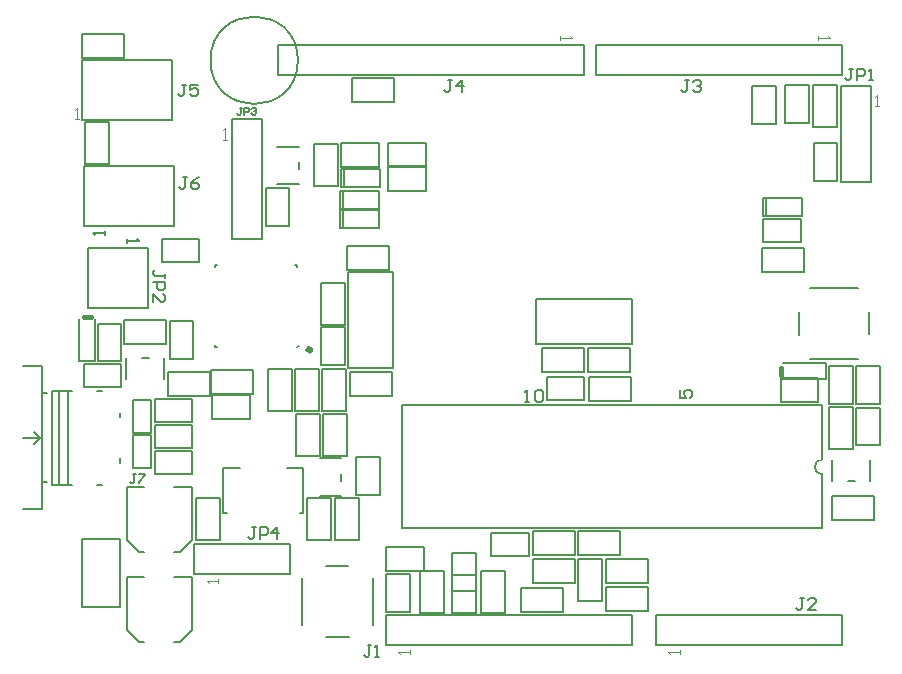
<source format=gto>
G04 Layer_Color=65535*
%FSLAX44Y44*%
%MOMM*%
G71*
G01*
G75*
%ADD35C,0.4000*%
%ADD37C,0.5000*%
%ADD51C,0.2000*%
%ADD52C,0.1000*%
D35*
X8000Y291000D02*
X14000D01*
X598250Y241750D02*
Y247750D01*
D37*
X200000Y263000D02*
G03*
X200000Y263000I-1000J0D01*
G01*
D51*
X633350Y170180D02*
G03*
X633350Y157480I0J-6350D01*
G01*
X189400Y508000D02*
G03*
X189400Y508000I-37000J0D01*
G01*
X162000Y368000D02*
X182000D01*
X162000D02*
Y400000D01*
X182000D01*
Y368000D02*
Y400000D01*
X265500Y418250D02*
X297500D01*
Y438250D01*
X265500D02*
X297500D01*
X265500Y418250D02*
Y438250D01*
X265500Y397250D02*
Y417250D01*
X297500D01*
Y397250D02*
Y417250D01*
X265500Y397250D02*
X297500D01*
X101000Y255000D02*
Y287000D01*
X81000D02*
X101000D01*
X81000Y255000D02*
Y287000D01*
Y255000D02*
X101000D01*
X106000Y337000D02*
Y357000D01*
X74000Y337000D02*
X106000D01*
X74000D02*
Y357000D01*
X106000D01*
X68000Y201500D02*
X100000D01*
Y221500D01*
X68000D02*
X100000D01*
X68000Y201500D02*
Y221500D01*
Y179500D02*
Y199500D01*
X100000D01*
Y179500D02*
Y199500D01*
X68000Y179500D02*
X100000D01*
X68000Y157500D02*
X100000D01*
Y177500D01*
X68000D02*
X100000D01*
X68000Y157500D02*
Y177500D01*
X209000Y250000D02*
X229000D01*
X209000D02*
Y282000D01*
X229000D01*
Y250000D02*
Y282000D01*
X622000Y455000D02*
Y487000D01*
X602000D02*
X622000D01*
X602000Y455000D02*
Y487000D01*
Y455000D02*
X622000D01*
X574000Y454000D02*
X594000D01*
X574000D02*
Y486000D01*
X594000D01*
Y454000D02*
Y486000D01*
X646000Y406000D02*
Y438000D01*
X626000D02*
X646000D01*
X626000Y406000D02*
Y438000D01*
Y406000D02*
X646000D01*
X385000Y88000D02*
Y108000D01*
X353000Y88000D02*
X385000D01*
X353000D02*
Y108000D01*
X385000D01*
X598000Y219000D02*
X630000D01*
Y239000D01*
X598000D02*
X630000D01*
X598000Y219000D02*
Y239000D01*
X258000Y418000D02*
Y438000D01*
X226000Y418000D02*
X258000D01*
X226000D02*
Y438000D01*
X258000D01*
X400000Y240000D02*
X432000D01*
X400000Y220000D02*
Y240000D01*
Y220000D02*
X432000D01*
Y240000D01*
X615500Y353750D02*
Y373750D01*
X583500Y353750D02*
X615500D01*
X583500D02*
Y373750D01*
X615500D01*
X682000Y182000D02*
Y214000D01*
X662000D02*
X682000D01*
X662000Y182000D02*
Y214000D01*
Y182000D02*
X682000D01*
X20000Y253000D02*
X40000D01*
X20000D02*
Y285000D01*
X40000D01*
Y253000D02*
Y285000D01*
X662000Y217000D02*
Y249000D01*
Y217000D02*
X682000D01*
Y249000D01*
X662000D02*
X682000D01*
X264000Y73000D02*
X284000D01*
Y41000D02*
Y73000D01*
X264000Y41000D02*
X284000D01*
X264000D02*
Y73000D01*
X259000Y140000D02*
Y172000D01*
X239000D02*
X259000D01*
X239000Y140000D02*
Y172000D01*
Y140000D02*
X259000D01*
X8000Y231000D02*
Y251000D01*
X40000D01*
Y231000D02*
Y251000D01*
X8000Y231000D02*
X40000D01*
X639000Y217000D02*
Y249000D01*
Y217000D02*
X659000D01*
Y249000D01*
X639000D02*
X659000D01*
X296000Y76000D02*
Y96000D01*
X264000Y76000D02*
X296000D01*
X264000D02*
Y96000D01*
X296000D01*
X117000Y204500D02*
X149000D01*
Y224500D01*
X117000D02*
X149000D01*
X117000Y204500D02*
Y224500D01*
X320000Y91000D02*
X340000D01*
Y59000D02*
Y91000D01*
X320000Y59000D02*
X340000D01*
X320000D02*
Y91000D01*
Y40000D02*
Y72000D01*
Y40000D02*
X340000D01*
Y72000D01*
X320000D02*
X340000D01*
X18000Y253000D02*
Y289000D01*
X4000Y253000D02*
X18000D01*
X4000D02*
Y289000D01*
X600250Y237750D02*
X636250D01*
Y251750D01*
X600250D02*
X636250D01*
X673250Y276000D02*
Y295000D01*
X613250Y275000D02*
Y295000D01*
X623250Y315000D02*
X663250D01*
X623250Y255000D02*
X663250D01*
X253000Y30000D02*
Y70000D01*
X193000Y30000D02*
Y70000D01*
X213000Y20000D02*
X233000D01*
X213000Y80000D02*
X232000D01*
X101760Y73300D02*
X183040D01*
X101760Y98700D02*
X183040D01*
X101760Y73300D02*
Y98700D01*
X183040Y73300D02*
Y98700D01*
X62900Y298350D02*
Y349150D01*
X12100D02*
X62900D01*
X12100Y298350D02*
Y349150D01*
Y298350D02*
X62900D01*
X133300Y357100D02*
X158700D01*
X133300Y458700D02*
X158700D01*
Y357100D02*
Y458700D01*
X133300Y357100D02*
Y458700D01*
X649300Y405360D02*
Y486640D01*
X674700Y405360D02*
Y486640D01*
X649300D02*
X674700D01*
X649300Y405360D02*
X674700D01*
X-43630Y128000D02*
X-27630D01*
X-43630Y249000D02*
X-27630D01*
X-33630Y183000D02*
X-28630Y188000D01*
X-33630Y193000D02*
X-28630Y188000D01*
X-29630D02*
X-27630D01*
X-43630D02*
X-29630D01*
X-27630Y151000D02*
X-22630D01*
X-27630Y226000D02*
X-22630D01*
X-27630Y128000D02*
Y249000D01*
X-5630Y148000D02*
Y228000D01*
X-12630Y148000D02*
Y228000D01*
X19370Y148000D02*
X23370D01*
X-18630D02*
X-1630D01*
X-18630D02*
Y228000D01*
X-1630D01*
X19370D02*
X23370D01*
X38370Y167000D02*
Y171000D01*
Y206000D02*
Y209000D01*
X7900Y418400D02*
X84100D01*
Y367600D02*
Y418400D01*
X7900Y367600D02*
X84100D01*
X7900D02*
Y418400D01*
X6900Y508400D02*
X83100D01*
Y457600D02*
Y508400D01*
X6900Y457600D02*
X83100D01*
X6900D02*
Y508400D01*
X172720Y520700D02*
X431800D01*
X172720Y495300D02*
Y520700D01*
Y495300D02*
X431800D01*
Y520700D01*
X441960D02*
X650240D01*
X441960Y495300D02*
X650240D01*
Y520700D01*
X441960Y495300D02*
Y520700D01*
X650240Y12700D02*
Y38100D01*
X492760Y12700D02*
Y38100D01*
X650240D01*
X492760Y12700D02*
X650240D01*
X264160D02*
X472440D01*
X264160Y38100D02*
X472440D01*
X264160Y12700D02*
Y38100D01*
X472440Y12700D02*
Y38100D01*
X277750Y215830D02*
X633350D01*
X277750Y111830D02*
Y215830D01*
Y111830D02*
X633350D01*
Y157480D01*
Y170180D02*
Y215830D01*
X50130Y162780D02*
X65370D01*
X50130D02*
Y190720D01*
X65370D01*
Y162780D02*
Y190720D01*
X50130Y220220D02*
X65370D01*
Y192280D02*
Y220220D01*
X50130Y192280D02*
X65370D01*
X50130D02*
Y220220D01*
X231950Y247360D02*
X270050D01*
X231950D02*
Y328640D01*
X270050D01*
Y247360D02*
Y328640D01*
X472640Y267950D02*
Y306050D01*
X391360Y267950D02*
X472640D01*
X391360D02*
Y306050D01*
X472640D01*
X226000Y152000D02*
Y158000D01*
X208000Y139000D02*
X226000D01*
X208000Y171000D02*
X226000D01*
X655000Y152000D02*
X661000D01*
X642000D02*
Y170000D01*
X674000Y152000D02*
Y170000D01*
X57000Y256000D02*
X63000D01*
X76000Y238000D02*
Y256000D01*
X44000Y238000D02*
Y256000D01*
X190000Y416000D02*
Y422000D01*
X172000Y403000D02*
X190000D01*
X172000Y435000D02*
X190000D01*
X191000Y125000D02*
X194000D01*
X126000D02*
X129000D01*
X194000D02*
Y163000D01*
X180000D02*
X194000D01*
X126000D02*
X140000D01*
X126000Y125000D02*
Y163000D01*
X189000Y333000D02*
Y335000D01*
X187000D02*
X189000D01*
X119000Y333000D02*
Y335000D01*
X121000D01*
X119000Y265000D02*
X121000D01*
X119000D02*
Y267000D01*
X189000Y265000D02*
X190000Y266000D01*
X7000Y103000D02*
X39000D01*
Y45000D02*
Y103000D01*
X7000Y45000D02*
X39000D01*
X7000D02*
Y103000D01*
X426840Y50220D02*
X447160D01*
X426840D02*
Y85780D01*
X447160D01*
Y50220D02*
Y85780D01*
X450220Y41840D02*
Y62160D01*
X485780D01*
Y41840D02*
Y62160D01*
X450220Y41840D02*
X485780D01*
X187840Y173220D02*
X208160D01*
X187840D02*
Y208780D01*
X208160D01*
Y173220D02*
Y208780D01*
X225220Y365880D02*
X227760D01*
X225220Y381120D02*
X227760D01*
X225220Y365880D02*
Y381120D01*
X227760Y365880D02*
Y381120D01*
X258240D01*
Y365880D02*
Y381120D01*
X227760Y365880D02*
X258240D01*
X225220Y381880D02*
X227760D01*
X225220Y397120D02*
X227760D01*
X225220Y381880D02*
Y397120D01*
X227760Y381880D02*
Y397120D01*
X258240D01*
Y381880D02*
Y397120D01*
X227760Y381880D02*
X258240D01*
X226220Y400380D02*
X228760D01*
X226220Y415620D02*
X228760D01*
X226220Y400380D02*
Y415620D01*
X228760Y400380D02*
Y415620D01*
X259240D01*
Y400380D02*
Y415620D01*
X228760Y400380D02*
X259240D01*
X582970Y375880D02*
X585510D01*
X582970Y391120D02*
X585510D01*
X582970Y375880D02*
Y391120D01*
X585510Y375880D02*
Y391120D01*
X615990D01*
Y375880D02*
Y391120D01*
X585510Y375880D02*
X615990D01*
X618280Y328590D02*
Y348910D01*
X582720Y328590D02*
X618280D01*
X582720D02*
Y348910D01*
X618280D01*
X220840Y137780D02*
X241160D01*
Y102220D02*
Y137780D01*
X220840Y102220D02*
X241160D01*
X220840D02*
Y137780D01*
X638840Y179220D02*
X659160D01*
X638840D02*
Y214780D01*
X659160D01*
Y179220D02*
Y214780D01*
X114780Y223840D02*
Y244160D01*
X79220Y223840D02*
X114780D01*
X79220D02*
Y244160D01*
X114780D01*
X77780Y267840D02*
Y288160D01*
X42220Y267840D02*
X77780D01*
X42220D02*
Y288160D01*
X77780D01*
X210840Y208780D02*
X231160D01*
Y173220D02*
Y208780D01*
X210840Y173220D02*
X231160D01*
X210840D02*
Y208780D01*
X641220Y118840D02*
Y139160D01*
X676780D01*
Y118840D02*
Y139160D01*
X641220Y118840D02*
X676780D01*
X470780Y243840D02*
Y264160D01*
X435220Y243840D02*
X470780D01*
X435220D02*
Y264160D01*
X470780D01*
X202840Y401220D02*
X223160D01*
X202840D02*
Y436780D01*
X223160D01*
Y401220D02*
Y436780D01*
X396220Y243840D02*
Y264160D01*
X431780D01*
Y243840D02*
Y264160D01*
X396220Y243840D02*
X431780D01*
X426220Y88840D02*
Y109160D01*
X461780D01*
Y88840D02*
Y109160D01*
X426220Y88840D02*
X461780D01*
X388220D02*
Y109160D01*
X423780D01*
Y88840D02*
Y109160D01*
X388220Y88840D02*
X423780D01*
X388220Y65840D02*
Y86160D01*
X423780D01*
Y65840D02*
Y86160D01*
X388220Y65840D02*
X423780D01*
X270780Y472840D02*
Y493160D01*
X235220Y472840D02*
X270780D01*
X235220D02*
Y493160D01*
X270780D01*
X436220Y219840D02*
Y240160D01*
X471780D01*
Y219840D02*
Y240160D01*
X436220Y219840D02*
X471780D01*
X485780Y65840D02*
Y86160D01*
X450220Y65840D02*
X485780D01*
X450220D02*
Y86160D01*
X485780D01*
X41780Y509840D02*
Y530160D01*
X6220Y509840D02*
X41780D01*
X6220D02*
Y530160D01*
X41780D01*
X344840Y75780D02*
X365160D01*
Y40220D02*
Y75780D01*
X344840Y40220D02*
X365160D01*
X344840D02*
Y75780D01*
X292840D02*
X313160D01*
Y40220D02*
Y75780D01*
X292840Y40220D02*
X313160D01*
X292840D02*
Y75780D01*
X413780Y40840D02*
Y61160D01*
X378220Y40840D02*
X413780D01*
X378220D02*
Y61160D01*
X413780D01*
X196840Y137780D02*
X217160D01*
Y102220D02*
Y137780D01*
X196840Y102220D02*
X217160D01*
X196840D02*
Y137780D01*
X102840D02*
X123160D01*
Y102220D02*
Y137780D01*
X102840Y102220D02*
X123160D01*
X102840D02*
Y137780D01*
X625840Y451220D02*
X646160D01*
X625840D02*
Y486780D01*
X646160D01*
Y451220D02*
Y486780D01*
X268780Y223840D02*
Y244160D01*
X233220Y223840D02*
X268780D01*
X233220D02*
Y244160D01*
X268780D01*
X266780Y330840D02*
Y351160D01*
X231220Y330840D02*
X266780D01*
X231220D02*
Y351160D01*
X266780D01*
X8840Y455780D02*
X29160D01*
Y420220D02*
Y455780D01*
X8840Y420220D02*
X29160D01*
X8840D02*
Y455780D01*
X151030Y225340D02*
Y245660D01*
X115470Y225340D02*
X151030D01*
X115470D02*
Y245660D01*
X151030D01*
X163840Y211220D02*
X184160D01*
X163840D02*
Y246780D01*
X184160D01*
Y211220D02*
Y246780D01*
X208840Y284220D02*
X229160D01*
X208840D02*
Y319780D01*
X229160D01*
Y284220D02*
Y319780D01*
X186840Y211220D02*
X207160D01*
X186840D02*
Y246780D01*
X207160D01*
Y211220D02*
Y246780D01*
X209840Y211220D02*
X230160D01*
X209840D02*
Y246780D01*
X230160D01*
Y211220D02*
Y246780D01*
X89500Y15500D02*
X99500Y25500D01*
X84500Y15500D02*
X89500D01*
X44500Y25500D02*
X54500Y15500D01*
X59500D01*
X99500Y25500D02*
Y70500D01*
X84500D02*
X99500D01*
X44500D02*
X59500D01*
X44500Y25500D02*
Y70500D01*
X89500Y91500D02*
X99500Y101500D01*
X84500Y91500D02*
X89500D01*
X44500Y101500D02*
X54500Y91500D01*
X59500D01*
X99500Y101500D02*
Y146500D01*
X84500D02*
X99500D01*
X44500D02*
X59500D01*
X44500Y101500D02*
Y146500D01*
X52332Y157997D02*
X49666D01*
X50999D01*
Y151333D01*
X49666Y150000D01*
X48333D01*
X47000Y151333D01*
X54997Y157997D02*
X60329D01*
Y156664D01*
X54997Y151333D01*
Y150000D01*
X382000Y219000D02*
X385332D01*
X383666D01*
Y228997D01*
X382000Y227331D01*
X390331D02*
X391997Y228997D01*
X395329D01*
X396995Y227331D01*
Y220666D01*
X395329Y219000D01*
X391997D01*
X390331Y220666D01*
Y227331D01*
X513003Y228664D02*
Y222000D01*
X518002D01*
X516335Y225332D01*
Y226998D01*
X518002Y228664D01*
X521334D01*
X523000Y226998D01*
Y223666D01*
X521334Y222000D01*
X153665Y112997D02*
X150332D01*
X151998D01*
Y104666D01*
X150332Y103000D01*
X148666D01*
X147000Y104666D01*
X156997Y103000D02*
Y112997D01*
X161995D01*
X163661Y111331D01*
Y107998D01*
X161995Y106332D01*
X156997D01*
X171992Y103000D02*
Y112997D01*
X166994Y107998D01*
X173658D01*
X76997Y323478D02*
Y326810D01*
Y325144D01*
X68666D01*
X67000Y326810D01*
Y328476D01*
X68666Y330142D01*
X67000Y320145D02*
X76997D01*
Y315147D01*
X75331Y313481D01*
X71998D01*
X70332Y315147D01*
Y320145D01*
X67000Y303484D02*
Y310149D01*
X73664Y303484D01*
X75331D01*
X76997Y305150D01*
Y308482D01*
X75331Y310149D01*
X45120Y356770D02*
Y353438D01*
Y355104D01*
X55117D01*
X53451Y356770D01*
X141999Y467998D02*
X139999D01*
X140999D01*
Y463000D01*
X139999Y462000D01*
X139000D01*
X138000Y463000D01*
X143998Y462000D02*
Y467998D01*
X146997D01*
X147997Y466998D01*
Y464999D01*
X146997Y463999D01*
X143998D01*
X149996Y466998D02*
X150996Y467998D01*
X152995D01*
X153995Y466998D01*
Y465999D01*
X152995Y464999D01*
X151995D01*
X152995D01*
X153995Y463999D01*
Y463000D01*
X152995Y462000D01*
X150996D01*
X149996Y463000D01*
X659665Y500997D02*
X656332D01*
X657998D01*
Y492666D01*
X656332Y491000D01*
X654666D01*
X653000Y492666D01*
X662997Y491000D02*
Y500997D01*
X667995D01*
X669661Y499331D01*
Y495998D01*
X667995Y494332D01*
X662997D01*
X672993Y491000D02*
X676326D01*
X674660D01*
Y500997D01*
X672993Y499331D01*
X95665Y408997D02*
X92332D01*
X93998D01*
Y400666D01*
X92332Y399000D01*
X90666D01*
X89000Y400666D01*
X105661Y408997D02*
X102329Y407331D01*
X98997Y403998D01*
Y400666D01*
X100663Y399000D01*
X103995D01*
X105661Y400666D01*
Y402332D01*
X103995Y403998D01*
X98997D01*
X25680Y359980D02*
Y363312D01*
Y361646D01*
X15683D01*
X17349Y359980D01*
X94664Y487497D02*
X91332D01*
X92998D01*
Y479166D01*
X91332Y477500D01*
X89666D01*
X88000Y479166D01*
X104661Y487497D02*
X97997D01*
Y482498D01*
X101329Y484165D01*
X102995D01*
X104661Y482498D01*
Y479166D01*
X102995Y477500D01*
X99663D01*
X97997Y479166D01*
X319664Y490997D02*
X316332D01*
X317998D01*
Y482666D01*
X316332Y481000D01*
X314666D01*
X313000Y482666D01*
X327995Y481000D02*
Y490997D01*
X322997Y485998D01*
X329661D01*
X520664Y490997D02*
X517332D01*
X518998D01*
Y482666D01*
X517332Y481000D01*
X515666D01*
X514000Y482666D01*
X523997Y489331D02*
X525663Y490997D01*
X528995D01*
X530661Y489331D01*
Y487664D01*
X528995Y485998D01*
X527329D01*
X528995D01*
X530661Y484332D01*
Y482666D01*
X528995Y481000D01*
X525663D01*
X523997Y482666D01*
X617664Y52997D02*
X614332D01*
X615998D01*
Y44666D01*
X614332Y43000D01*
X612666D01*
X611000Y44666D01*
X627661Y43000D02*
X620997D01*
X627661Y49665D01*
Y51331D01*
X625995Y52997D01*
X622663D01*
X620997Y51331D01*
X251665Y12997D02*
X248332D01*
X249998D01*
Y4666D01*
X248332Y3000D01*
X246666D01*
X245000Y4666D01*
X254997Y3000D02*
X258329D01*
X256663D01*
Y12997D01*
X254997Y11331D01*
D52*
X122080Y65680D02*
Y69012D01*
Y67346D01*
X112083D01*
X113749Y65680D01*
X125680Y440920D02*
X129012D01*
X127346D01*
Y450917D01*
X125680Y449251D01*
X678000Y469000D02*
X681332D01*
X679666D01*
Y478997D01*
X678000Y477331D01*
X1000Y458000D02*
X4332D01*
X2666D01*
Y467997D01*
X1000Y466331D01*
X411480Y528320D02*
Y524988D01*
Y526654D01*
X421477D01*
X419811Y528320D01*
X629920D02*
Y524988D01*
Y526654D01*
X639917D01*
X638251Y528320D01*
X513080Y5080D02*
Y8412D01*
Y6746D01*
X503083D01*
X504749Y5080D01*
X284480D02*
Y8412D01*
Y6746D01*
X274483D01*
X276149Y5080D01*
M02*

</source>
